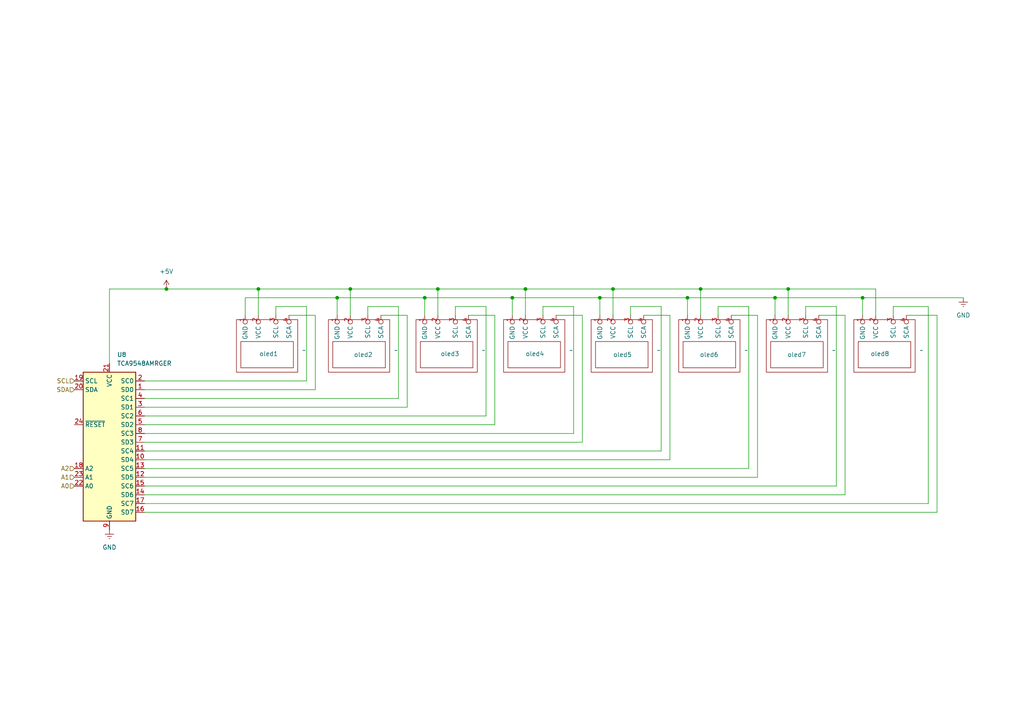
<source format=kicad_sch>
(kicad_sch (version 20231120) (generator "eeschema") (generator_version "8.0")
  (paper "A4")
  (lib_symbols
    (symbol "Interface_Expansion:TCA9548AMRGER"
      (property "Reference" "U" (at -7.62 21.59 0))
      (property "Value" "TCA9548AMRGER" (at 1.016 21.59 0))
      (symbol "TCA9548AMRGER_0_1"
        (rectangle (start -7.62 20.32) (end 7.62 -22.86) (stroke (width 0.254)) (fill (type background)))
      )
      (symbol "TCA9548AMRGER_1_1"
        (pin bidirectional line (at 10.16 15.24 180) (length 2.54) (name "SD0") (number "1"))
        (pin bidirectional line (at 10.16 -5.08 180) (length 2.54) (name "SD4") (number "10"))
        (pin output line (at 10.16 -2.54 180) (length 2.54) (name "SC4") (number "11"))
        (pin bidirectional line (at 10.16 -10.16 180) (length 2.54) (name "SD5") (number "12"))
        (pin output line (at 10.16 -7.62 180) (length 2.54) (name "SC5") (number "13"))
        (pin bidirectional line (at 10.16 -15.24 180) (length 2.54) (name "SD6") (number "14"))
        (pin output line (at 10.16 -12.7 180) (length 2.54) (name "SC6") (number "15"))
        (pin bidirectional line (at 10.16 -20.32 180) (length 2.54) (name "SD7") (number "16"))
        (pin output line (at 10.16 -17.78 180) (length 2.54) (name "SC7") (number "17"))
        (pin input line (at -10.16 -7.62 0) (length 2.54) (name "A2") (number "18"))
        (pin input line (at -10.16 17.78 0) (length 2.54) (name "SCL") (number "19"))
        (pin output line (at 10.16 17.78 180) (length 2.54) (name "SC0") (number "2"))
        (pin bidirectional line (at -10.16 15.24 0) (length 2.54) (name "SDA") (number "20"))
        (pin power_in line (at 0 22.86 270) (length 2.54) (name "VCC") (number "21"))
        (pin input line (at -10.16 -12.7 0) (length 2.54) (name "A0") (number "22"))
        (pin input line (at -10.16 -10.16 0) (length 2.54) (name "A1") (number "23"))
        (pin input line (at -10.16 5.08 0) (length 2.54) (name "~{RESET}") (number "24"))
        (pin no_connect line (at -7.62 -15.24 0) (length 2.54) hide (name "1EP") (number "25"))
        (pin bidirectional line (at 10.16 10.16 180) (length 2.54) (name "SD1") (number "3"))
        (pin output line (at 10.16 12.7 180) (length 2.54) (name "SC1") (number "4"))
        (pin bidirectional line (at 10.16 5.08 180) (length 2.54) (name "SD2") (number "5"))
        (pin output line (at 10.16 7.62 180) (length 2.54) (name "SC2") (number "6"))
        (pin bidirectional line (at 10.16 0 180) (length 2.54) (name "SD3") (number "7"))
        (pin output line (at 10.16 2.54 180) (length 2.54) (name "SC3") (number "8"))
        (pin power_in line (at 0 -25.4 90) (length 2.54) (name "GND") (number "9"))
      )
    )
    (symbol "mixer:ssd1306"
      (property "Reference" "oled" (at 0 0 0))
      (symbol "ssd1306_0_1"
        (rectangle (start -8.89 10.16) (end 8.89 -5.08))
        (rectangle (start -7.62 3.81) (end 7.62 -3.81))
      )
      (symbol "ssd1306_1_1"
        (pin input inverted (at -6.35 11.43 270) (length 2.54) (name "GND") (number "1"))
        (pin input inverted (at -2.54 11.43 270) (length 2.54) (name "VCC") (number "2"))
        (pin input inverted (at 2.54 11.43 270) (length 2.54) (name "SCL") (number "3"))
        (pin input inverted (at 6.35 11.43 270) (length 2.54) (name "SCA") (number "4"))
      )
    )
    (symbol "power:+5V" (power) (pin_numbers hide) (pin_names (offset 0) hide)
      (property "Value" "+5V" (at 0 3.556 0))
      (symbol "+5V_0_1"
        (polyline (pts (xy -0.762 1.27) (xy 0 2.54)))
        (polyline (pts (xy 0 0) (xy 0 2.54)))
        (polyline (pts (xy 0 2.54) (xy 0.762 1.27)))
      )
      (symbol "+5V_1_1"
        (pin power_in line (at 0 0 90) (length 0) (name "~") (number "1"))
      )
    )
    (symbol "power:Earth" (power) (pin_numbers hide) (pin_names (offset 0) hide)
      (property "Value" "Earth" (at 0 -3.81 0))
      (symbol "Earth_0_1"
        (polyline (pts (xy -0.635 -1.905) (xy 0.635 -1.905)))
        (polyline (pts (xy -0.127 -2.54) (xy 0.127 -2.54)))
        (polyline (pts (xy 0 -1.27) (xy 0 0)))
        (polyline (pts (xy 1.27 -1.27) (xy -1.27 -1.27)))
      )
      (symbol "Earth_1_1"
        (pin power_in line (at 0 0 270) (length 0) (name "~") (number "1"))
      )
    )
  )
  (junction (at 250.19 86.36))
  (junction (at 228.6 83.82))
  (junction (at 173.99 86.36))
  (junction (at 152.4 83.82))
  (junction (at 224.79 86.36))
  (junction (at 97.79 86.36))
  (junction (at 199.39 86.36))
  (junction (at 101.6 83.82))
  (junction (at 48.26 83.82))
  (junction (at 203.2 83.82))
  (junction (at 74.93 83.82))
  (junction (at 177.8 83.82))
  (junction (at 127 83.82))
  (junction (at 148.59 86.36))
  (junction (at 123.19 86.36))
  (wire (pts (xy 41.91 135.89) (xy 217.17 135.89)))
  (wire (pts (xy 269.24 88.9) (xy 259.08 88.9)))
  (wire (pts (xy 127 83.82) (xy 127 91.44)))
  (wire (pts (xy 203.2 83.82) (xy 228.6 83.82)))
  (wire (pts (xy 157.48 88.9) (xy 157.48 91.44)))
  (wire (pts (xy 41.91 146.05) (xy 269.24 146.05)))
  (wire (pts (xy 219.71 138.43) (xy 219.71 91.44)))
  (wire (pts (xy 41.91 113.03) (xy 91.44 113.03)))
  (wire (pts (xy 123.19 86.36) (xy 148.59 86.36)))
  (wire (pts (xy 166.37 88.9) (xy 166.37 125.73)))
  (wire (pts (xy 41.91 148.59) (xy 271.78 148.59)))
  (wire (pts (xy 41.91 110.49) (xy 88.9 110.49)))
  (wire (pts (xy 245.11 91.44) (xy 237.49 91.44)))
  (wire (pts (xy 31.75 105.41) (xy 31.75 83.82)))
  (wire (pts (xy 228.6 91.44) (xy 228.6 83.82)))
  (wire (pts (xy 41.91 133.35) (xy 194.31 133.35)))
  (wire (pts (xy 143.51 91.44) (xy 135.89 91.44)))
  (wire (pts (xy 48.26 83.82) (xy 74.93 83.82)))
  (wire (pts (xy 182.88 88.9) (xy 182.88 91.44)))
  (wire (pts (xy 41.91 140.97) (xy 242.57 140.97)))
  (wire (pts (xy 242.57 88.9) (xy 233.68 88.9)))
  (wire (pts (xy 217.17 88.9) (xy 208.28 88.9)))
  (wire (pts (xy 148.59 86.36) (xy 148.59 91.44)))
  (wire (pts (xy 173.99 86.36) (xy 173.99 91.44)))
  (wire (pts (xy 97.79 86.36) (xy 123.19 86.36)))
  (wire (pts (xy 71.12 86.36) (xy 71.12 91.44)))
  (wire (pts (xy 143.51 123.19) (xy 143.51 91.44)))
  (wire (pts (xy 177.8 83.82) (xy 203.2 83.82)))
  (wire (pts (xy 127 83.82) (xy 152.4 83.82)))
  (wire (pts (xy 254 83.82) (xy 254 91.44)))
  (wire (pts (xy 219.71 91.44) (xy 212.09 91.44)))
  (wire (pts (xy 148.59 86.36) (xy 173.99 86.36)))
  (wire (pts (xy 91.44 91.44) (xy 83.82 91.44)))
  (wire (pts (xy 106.68 88.9) (xy 106.68 91.44)))
  (wire (pts (xy 224.79 86.36) (xy 224.79 91.44)))
  (wire (pts (xy 132.08 88.9) (xy 132.08 91.44)))
  (wire (pts (xy 101.6 83.82) (xy 127 83.82)))
  (wire (pts (xy 41.91 138.43) (xy 219.71 138.43)))
  (wire (pts (xy 166.37 125.73) (xy 41.91 125.73)))
  (wire (pts (xy 245.11 143.51) (xy 245.11 91.44)))
  (wire (pts (xy 168.91 91.44) (xy 168.91 128.27)))
  (wire (pts (xy 80.01 88.9) (xy 80.01 91.44)))
  (wire (pts (xy 177.8 91.44) (xy 177.8 83.82)))
  (wire (pts (xy 173.99 86.36) (xy 199.39 86.36)))
  (wire (pts (xy 140.97 88.9) (xy 132.08 88.9)))
  (wire (pts (xy 191.77 88.9) (xy 182.88 88.9)))
  (wire (pts (xy 217.17 135.89) (xy 217.17 88.9)))
  (wire (pts (xy 271.78 148.59) (xy 271.78 91.44)))
  (wire (pts (xy 31.75 83.82) (xy 48.26 83.82)))
  (wire (pts (xy 152.4 91.44) (xy 152.4 83.82)))
  (wire (pts (xy 161.29 91.44) (xy 168.91 91.44)))
  (wire (pts (xy 199.39 86.36) (xy 199.39 91.44)))
  (wire (pts (xy 271.78 91.44) (xy 262.89 91.44)))
  (wire (pts (xy 199.39 86.36) (xy 224.79 86.36)))
  (wire (pts (xy 152.4 83.82) (xy 177.8 83.82)))
  (wire (pts (xy 208.28 88.9) (xy 208.28 91.44)))
  (wire (pts (xy 250.19 86.36) (xy 279.4 86.36)))
  (wire (pts (xy 166.37 88.9) (xy 157.48 88.9)))
  (wire (pts (xy 41.91 123.19) (xy 143.51 123.19)))
  (wire (pts (xy 115.57 115.57) (xy 115.57 88.9)))
  (wire (pts (xy 118.11 91.44) (xy 110.49 91.44)))
  (wire (pts (xy 74.93 83.82) (xy 101.6 83.82)))
  (wire (pts (xy 194.31 133.35) (xy 194.31 91.44)))
  (wire (pts (xy 41.91 120.65) (xy 140.97 120.65)))
  (wire (pts (xy 123.19 91.44) (xy 123.19 86.36)))
  (wire (pts (xy 41.91 143.51) (xy 245.11 143.51)))
  (wire (pts (xy 118.11 118.11) (xy 118.11 91.44)))
  (wire (pts (xy 233.68 88.9) (xy 233.68 91.44)))
  (wire (pts (xy 250.19 86.36) (xy 250.19 91.44)))
  (wire (pts (xy 191.77 130.81) (xy 191.77 88.9)))
  (wire (pts (xy 74.93 91.44) (xy 74.93 83.82)))
  (wire (pts (xy 41.91 115.57) (xy 115.57 115.57)))
  (wire (pts (xy 269.24 146.05) (xy 269.24 88.9)))
  (wire (pts (xy 88.9 110.49) (xy 88.9 88.9)))
  (wire (pts (xy 203.2 83.82) (xy 203.2 91.44)))
  (wire (pts (xy 101.6 91.44) (xy 101.6 83.82)))
  (wire (pts (xy 41.91 118.11) (xy 118.11 118.11)))
  (wire (pts (xy 228.6 83.82) (xy 254 83.82)))
  (wire (pts (xy 259.08 88.9) (xy 259.08 91.44)))
  (wire (pts (xy 168.91 128.27) (xy 41.91 128.27)))
  (wire (pts (xy 194.31 91.44) (xy 186.69 91.44)))
  (wire (pts (xy 41.91 130.81) (xy 191.77 130.81)))
  (wire (pts (xy 88.9 88.9) (xy 80.01 88.9)))
  (wire (pts (xy 242.57 140.97) (xy 242.57 88.9)))
  (wire (pts (xy 115.57 88.9) (xy 106.68 88.9)))
  (wire (pts (xy 140.97 120.65) (xy 140.97 88.9)))
  (wire (pts (xy 97.79 91.44) (xy 97.79 86.36)))
  (wire (pts (xy 71.12 86.36) (xy 97.79 86.36)))
  (wire (pts (xy 224.79 86.36) (xy 250.19 86.36)))
  (wire (pts (xy 91.44 113.03) (xy 91.44 91.44)))
  (hierarchical_label "SCL" (shape input) (at 21.59 110.49 180))
  (hierarchical_label "A2" (shape input) (at 21.59 135.89 180))
  (hierarchical_label "A0" (shape input) (at 21.59 140.97 180))
  (hierarchical_label "A1" (shape input) (at 21.59 138.43 180))
  (hierarchical_label "SDA" (shape input) (at 21.59 113.03 180))
  (symbol (lib_id "mixer:ssd1306") (at 77.47 102.87 0) (unit 1)
    (property "Reference" "oled1" (at 75.184 102.616 0) (effects (justify left)))
    (property "Value" "~" (at 87.63 101.6 0) (effects (justify left)))
  )
  (symbol (lib_id "mixer:ssd1306") (at 205.74 102.87 0) (unit 1)
    (property "Reference" "oled6" (at 202.946 102.87 0) (effects (justify left)))
    (property "Value" "~" (at 215.9 101.6 0) (effects (justify left)))
  )
  (symbol (lib_id "power:+5V") (at 48.26 83.82 0) (unit 1)
    (property "Reference" "#PWR012" (effects (hide yes)))
    (property "Value" "+5V" (at 48.26 78.74 0))
    (property "Description" "Power symbol creates a global label with name \"+5V\"" (effects (hide yes)))
  )
  (symbol (lib_id "mixer:ssd1306") (at 256.54 102.87 0) (unit 1)
    (property "Reference" "oled8" (at 252.476 102.616 0) (effects (justify left)))
    (property "Value" "~" (at 266.7 101.6 0) (effects (justify left)))
  )
  (symbol (lib_id "mixer:ssd1306") (at 104.14 102.87 0) (unit 1)
    (property "Reference" "oled2" (at 102.616 102.87 0) (effects (justify left)))
    (property "Value" "~" (at 114.3 101.6 0) (effects (justify left)))
  )
  (symbol (lib_id "mixer:ssd1306") (at 154.94 102.87 0) (unit 1)
    (property "Reference" "oled4" (at 152.4 102.616 0) (effects (justify left)))
    (property "Value" "~" (at 165.1 101.6 0) (effects (justify left)))
  )
  (symbol (lib_id "mixer:ssd1306") (at 129.54 102.87 0) (unit 1)
    (property "Reference" "oled3" (at 127.762 102.616 0) (effects (justify left)))
    (property "Value" "~" (at 139.7 101.6 0) (effects (justify left)))
  )
  (symbol (lib_id "mixer:ssd1306") (at 180.34 102.87 0) (unit 1)
    (property "Reference" "oled5" (at 177.8 102.87 0) (effects (justify left)))
    (property "Value" "~" (at 190.5 101.6 0) (effects (justify left)))
  )
  (symbol (lib_id "Interface_Expansion:TCA9548AMRGER") (at 31.75 128.27 0) (unit 1)
    (property "Reference" "U8" (at 33.9441 102.87 0) (effects (justify left)))
    (property "Value" "TCA9548AMRGER" (at 33.9441 105.41 0) (effects (justify left)))
    (property "Footprint" "Package_DFN_QFN:Texas_RGE0024C_VQFN-24-1EP_4x4mm_P0.5mm_EP2.1x2.1mm" (effects (hide yes)))
    (property "Datasheet" "http://www.ti.com/lit/ds/symlink/tca9548a.pdf" (effects (hide yes)))
    (property "Description" "Low voltage 8-channel I2C switch with reset, VQFN-24" (effects (hide yes)))
  )
  (symbol (lib_id "power:Earth") (at 31.75 153.67 0) (unit 1)
    (property "Reference" "#PWR013" (effects (hide yes)))
    (property "Value" "GND" (at 31.75 158.75 0))
    (property "Description" "Power symbol creates a global label with name \"Earth\"" (effects (hide yes)))
  )
  (symbol (lib_id "mixer:ssd1306") (at 231.14 102.87 0) (unit 1)
    (property "Reference" "oled7" (at 228.346 102.87 0) (effects (justify left)))
    (property "Value" "~" (at 241.3 101.6 0) (effects (justify left)))
  )
  (symbol (lib_id "power:Earth") (at 279.4 86.36 0) (unit 1)
    (property "Reference" "#PWR011" (effects (hide yes)))
    (property "Value" "GND" (at 279.4 91.44 0))
    (property "Description" "Power symbol creates a global label with name \"Earth\"" (effects (hide yes)))
  )
)
</source>
